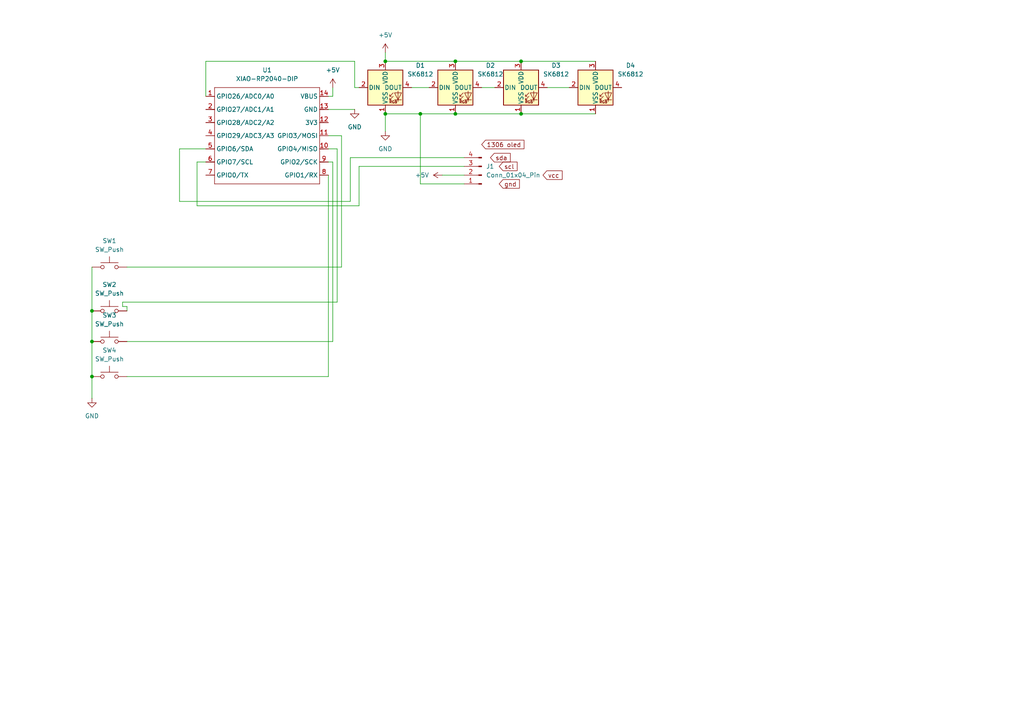
<source format=kicad_sch>
(kicad_sch
	(version 20250114)
	(generator "eeschema")
	(generator_version "9.0")
	(uuid "2a64dbd2-4432-44de-87cd-517fd9318312")
	(paper "A4")
	(lib_symbols
		(symbol "Connector:Conn_01x04_Pin"
			(pin_names
				(offset 1.016)
				(hide yes)
			)
			(exclude_from_sim no)
			(in_bom yes)
			(on_board yes)
			(property "Reference" "J"
				(at 0 5.08 0)
				(effects
					(font
						(size 1.27 1.27)
					)
				)
			)
			(property "Value" "Conn_01x04_Pin"
				(at 0 -7.62 0)
				(effects
					(font
						(size 1.27 1.27)
					)
				)
			)
			(property "Footprint" ""
				(at 0 0 0)
				(effects
					(font
						(size 1.27 1.27)
					)
					(hide yes)
				)
			)
			(property "Datasheet" "~"
				(at 0 0 0)
				(effects
					(font
						(size 1.27 1.27)
					)
					(hide yes)
				)
			)
			(property "Description" "Generic connector, single row, 01x04, script generated"
				(at 0 0 0)
				(effects
					(font
						(size 1.27 1.27)
					)
					(hide yes)
				)
			)
			(property "ki_locked" ""
				(at 0 0 0)
				(effects
					(font
						(size 1.27 1.27)
					)
				)
			)
			(property "ki_keywords" "connector"
				(at 0 0 0)
				(effects
					(font
						(size 1.27 1.27)
					)
					(hide yes)
				)
			)
			(property "ki_fp_filters" "Connector*:*_1x??_*"
				(at 0 0 0)
				(effects
					(font
						(size 1.27 1.27)
					)
					(hide yes)
				)
			)
			(symbol "Conn_01x04_Pin_1_1"
				(rectangle
					(start 0.8636 2.667)
					(end 0 2.413)
					(stroke
						(width 0.1524)
						(type default)
					)
					(fill
						(type outline)
					)
				)
				(rectangle
					(start 0.8636 0.127)
					(end 0 -0.127)
					(stroke
						(width 0.1524)
						(type default)
					)
					(fill
						(type outline)
					)
				)
				(rectangle
					(start 0.8636 -2.413)
					(end 0 -2.667)
					(stroke
						(width 0.1524)
						(type default)
					)
					(fill
						(type outline)
					)
				)
				(rectangle
					(start 0.8636 -4.953)
					(end 0 -5.207)
					(stroke
						(width 0.1524)
						(type default)
					)
					(fill
						(type outline)
					)
				)
				(polyline
					(pts
						(xy 1.27 2.54) (xy 0.8636 2.54)
					)
					(stroke
						(width 0.1524)
						(type default)
					)
					(fill
						(type none)
					)
				)
				(polyline
					(pts
						(xy 1.27 0) (xy 0.8636 0)
					)
					(stroke
						(width 0.1524)
						(type default)
					)
					(fill
						(type none)
					)
				)
				(polyline
					(pts
						(xy 1.27 -2.54) (xy 0.8636 -2.54)
					)
					(stroke
						(width 0.1524)
						(type default)
					)
					(fill
						(type none)
					)
				)
				(polyline
					(pts
						(xy 1.27 -5.08) (xy 0.8636 -5.08)
					)
					(stroke
						(width 0.1524)
						(type default)
					)
					(fill
						(type none)
					)
				)
				(pin passive line
					(at 5.08 2.54 180)
					(length 3.81)
					(name "Pin_1"
						(effects
							(font
								(size 1.27 1.27)
							)
						)
					)
					(number "1"
						(effects
							(font
								(size 1.27 1.27)
							)
						)
					)
				)
				(pin passive line
					(at 5.08 0 180)
					(length 3.81)
					(name "Pin_2"
						(effects
							(font
								(size 1.27 1.27)
							)
						)
					)
					(number "2"
						(effects
							(font
								(size 1.27 1.27)
							)
						)
					)
				)
				(pin passive line
					(at 5.08 -2.54 180)
					(length 3.81)
					(name "Pin_3"
						(effects
							(font
								(size 1.27 1.27)
							)
						)
					)
					(number "3"
						(effects
							(font
								(size 1.27 1.27)
							)
						)
					)
				)
				(pin passive line
					(at 5.08 -5.08 180)
					(length 3.81)
					(name "Pin_4"
						(effects
							(font
								(size 1.27 1.27)
							)
						)
					)
					(number "4"
						(effects
							(font
								(size 1.27 1.27)
							)
						)
					)
				)
			)
			(embedded_fonts no)
		)
		(symbol "LED:SK6812"
			(pin_names
				(offset 0.254)
			)
			(exclude_from_sim no)
			(in_bom yes)
			(on_board yes)
			(property "Reference" "D"
				(at 5.08 5.715 0)
				(effects
					(font
						(size 1.27 1.27)
					)
					(justify right bottom)
				)
			)
			(property "Value" "SK6812"
				(at 1.27 -5.715 0)
				(effects
					(font
						(size 1.27 1.27)
					)
					(justify left top)
				)
			)
			(property "Footprint" "LED_SMD:LED_SK6812_PLCC4_5.0x5.0mm_P3.2mm"
				(at 1.27 -7.62 0)
				(effects
					(font
						(size 1.27 1.27)
					)
					(justify left top)
					(hide yes)
				)
			)
			(property "Datasheet" "https://cdn-shop.adafruit.com/product-files/1138/SK6812+LED+datasheet+.pdf"
				(at 2.54 -9.525 0)
				(effects
					(font
						(size 1.27 1.27)
					)
					(justify left top)
					(hide yes)
				)
			)
			(property "Description" "RGB LED with integrated controller"
				(at 0 0 0)
				(effects
					(font
						(size 1.27 1.27)
					)
					(hide yes)
				)
			)
			(property "ki_keywords" "RGB LED NeoPixel addressable"
				(at 0 0 0)
				(effects
					(font
						(size 1.27 1.27)
					)
					(hide yes)
				)
			)
			(property "ki_fp_filters" "LED*SK6812*PLCC*5.0x5.0mm*P3.2mm*"
				(at 0 0 0)
				(effects
					(font
						(size 1.27 1.27)
					)
					(hide yes)
				)
			)
			(symbol "SK6812_0_0"
				(text "RGB"
					(at 2.286 -4.191 0)
					(effects
						(font
							(size 0.762 0.762)
						)
					)
				)
			)
			(symbol "SK6812_0_1"
				(polyline
					(pts
						(xy 1.27 -2.54) (xy 1.778 -2.54)
					)
					(stroke
						(width 0)
						(type default)
					)
					(fill
						(type none)
					)
				)
				(polyline
					(pts
						(xy 1.27 -3.556) (xy 1.778 -3.556)
					)
					(stroke
						(width 0)
						(type default)
					)
					(fill
						(type none)
					)
				)
				(polyline
					(pts
						(xy 2.286 -1.524) (xy 1.27 -2.54) (xy 1.27 -2.032)
					)
					(stroke
						(width 0)
						(type default)
					)
					(fill
						(type none)
					)
				)
				(polyline
					(pts
						(xy 2.286 -2.54) (xy 1.27 -3.556) (xy 1.27 -3.048)
					)
					(stroke
						(width 0)
						(type default)
					)
					(fill
						(type none)
					)
				)
				(polyline
					(pts
						(xy 3.683 -1.016) (xy 3.683 -3.556) (xy 3.683 -4.064)
					)
					(stroke
						(width 0)
						(type default)
					)
					(fill
						(type none)
					)
				)
				(polyline
					(pts
						(xy 4.699 -1.524) (xy 2.667 -1.524) (xy 3.683 -3.556) (xy 4.699 -1.524)
					)
					(stroke
						(width 0)
						(type default)
					)
					(fill
						(type none)
					)
				)
				(polyline
					(pts
						(xy 4.699 -3.556) (xy 2.667 -3.556)
					)
					(stroke
						(width 0)
						(type default)
					)
					(fill
						(type none)
					)
				)
				(rectangle
					(start 5.08 5.08)
					(end -5.08 -5.08)
					(stroke
						(width 0.254)
						(type default)
					)
					(fill
						(type background)
					)
				)
			)
			(symbol "SK6812_1_1"
				(pin input line
					(at -7.62 0 0)
					(length 2.54)
					(name "DIN"
						(effects
							(font
								(size 1.27 1.27)
							)
						)
					)
					(number "2"
						(effects
							(font
								(size 1.27 1.27)
							)
						)
					)
				)
				(pin power_in line
					(at 0 7.62 270)
					(length 2.54)
					(name "VDD"
						(effects
							(font
								(size 1.27 1.27)
							)
						)
					)
					(number "3"
						(effects
							(font
								(size 1.27 1.27)
							)
						)
					)
				)
				(pin power_in line
					(at 0 -7.62 90)
					(length 2.54)
					(name "VSS"
						(effects
							(font
								(size 1.27 1.27)
							)
						)
					)
					(number "1"
						(effects
							(font
								(size 1.27 1.27)
							)
						)
					)
				)
				(pin output line
					(at 7.62 0 180)
					(length 2.54)
					(name "DOUT"
						(effects
							(font
								(size 1.27 1.27)
							)
						)
					)
					(number "4"
						(effects
							(font
								(size 1.27 1.27)
							)
						)
					)
				)
			)
			(embedded_fonts no)
		)
		(symbol "Seeed_Studio_XIAO_Series:XIAO-RP2040-DIP"
			(exclude_from_sim no)
			(in_bom yes)
			(on_board yes)
			(property "Reference" "U"
				(at 0 0 0)
				(effects
					(font
						(size 1.27 1.27)
					)
				)
			)
			(property "Value" "XIAO-RP2040-DIP"
				(at 5.334 -1.778 0)
				(effects
					(font
						(size 1.27 1.27)
					)
				)
			)
			(property "Footprint" "Module:MOUDLE14P-XIAO-DIP-SMD"
				(at 14.478 -32.258 0)
				(effects
					(font
						(size 1.27 1.27)
					)
					(hide yes)
				)
			)
			(property "Datasheet" ""
				(at 0 0 0)
				(effects
					(font
						(size 1.27 1.27)
					)
					(hide yes)
				)
			)
			(property "Description" ""
				(at 0 0 0)
				(effects
					(font
						(size 1.27 1.27)
					)
					(hide yes)
				)
			)
			(symbol "XIAO-RP2040-DIP_1_0"
				(polyline
					(pts
						(xy -1.27 -2.54) (xy 29.21 -2.54)
					)
					(stroke
						(width 0.1524)
						(type solid)
					)
					(fill
						(type none)
					)
				)
				(polyline
					(pts
						(xy -1.27 -5.08) (xy -2.54 -5.08)
					)
					(stroke
						(width 0.1524)
						(type solid)
					)
					(fill
						(type none)
					)
				)
				(polyline
					(pts
						(xy -1.27 -5.08) (xy -1.27 -2.54)
					)
					(stroke
						(width 0.1524)
						(type solid)
					)
					(fill
						(type none)
					)
				)
				(polyline
					(pts
						(xy -1.27 -8.89) (xy -2.54 -8.89)
					)
					(stroke
						(width 0.1524)
						(type solid)
					)
					(fill
						(type none)
					)
				)
				(polyline
					(pts
						(xy -1.27 -8.89) (xy -1.27 -5.08)
					)
					(stroke
						(width 0.1524)
						(type solid)
					)
					(fill
						(type none)
					)
				)
				(polyline
					(pts
						(xy -1.27 -12.7) (xy -2.54 -12.7)
					)
					(stroke
						(width 0.1524)
						(type solid)
					)
					(fill
						(type none)
					)
				)
				(polyline
					(pts
						(xy -1.27 -12.7) (xy -1.27 -8.89)
					)
					(stroke
						(width 0.1524)
						(type solid)
					)
					(fill
						(type none)
					)
				)
				(polyline
					(pts
						(xy -1.27 -16.51) (xy -2.54 -16.51)
					)
					(stroke
						(width 0.1524)
						(type solid)
					)
					(fill
						(type none)
					)
				)
				(polyline
					(pts
						(xy -1.27 -16.51) (xy -1.27 -12.7)
					)
					(stroke
						(width 0.1524)
						(type solid)
					)
					(fill
						(type none)
					)
				)
				(polyline
					(pts
						(xy -1.27 -20.32) (xy -2.54 -20.32)
					)
					(stroke
						(width 0.1524)
						(type solid)
					)
					(fill
						(type none)
					)
				)
				(polyline
					(pts
						(xy -1.27 -24.13) (xy -2.54 -24.13)
					)
					(stroke
						(width 0.1524)
						(type solid)
					)
					(fill
						(type none)
					)
				)
				(polyline
					(pts
						(xy -1.27 -27.94) (xy -2.54 -27.94)
					)
					(stroke
						(width 0.1524)
						(type solid)
					)
					(fill
						(type none)
					)
				)
				(polyline
					(pts
						(xy -1.27 -30.48) (xy -1.27 -16.51)
					)
					(stroke
						(width 0.1524)
						(type solid)
					)
					(fill
						(type none)
					)
				)
				(polyline
					(pts
						(xy 29.21 -2.54) (xy 29.21 -5.08)
					)
					(stroke
						(width 0.1524)
						(type solid)
					)
					(fill
						(type none)
					)
				)
				(polyline
					(pts
						(xy 29.21 -5.08) (xy 29.21 -8.89)
					)
					(stroke
						(width 0.1524)
						(type solid)
					)
					(fill
						(type none)
					)
				)
				(polyline
					(pts
						(xy 29.21 -8.89) (xy 29.21 -12.7)
					)
					(stroke
						(width 0.1524)
						(type solid)
					)
					(fill
						(type none)
					)
				)
				(polyline
					(pts
						(xy 29.21 -12.7) (xy 29.21 -30.48)
					)
					(stroke
						(width 0.1524)
						(type solid)
					)
					(fill
						(type none)
					)
				)
				(polyline
					(pts
						(xy 29.21 -30.48) (xy -1.27 -30.48)
					)
					(stroke
						(width 0.1524)
						(type solid)
					)
					(fill
						(type none)
					)
				)
				(polyline
					(pts
						(xy 30.48 -5.08) (xy 29.21 -5.08)
					)
					(stroke
						(width 0.1524)
						(type solid)
					)
					(fill
						(type none)
					)
				)
				(polyline
					(pts
						(xy 30.48 -8.89) (xy 29.21 -8.89)
					)
					(stroke
						(width 0.1524)
						(type solid)
					)
					(fill
						(type none)
					)
				)
				(polyline
					(pts
						(xy 30.48 -12.7) (xy 29.21 -12.7)
					)
					(stroke
						(width 0.1524)
						(type solid)
					)
					(fill
						(type none)
					)
				)
				(polyline
					(pts
						(xy 30.48 -16.51) (xy 29.21 -16.51)
					)
					(stroke
						(width 0.1524)
						(type solid)
					)
					(fill
						(type none)
					)
				)
				(polyline
					(pts
						(xy 30.48 -20.32) (xy 29.21 -20.32)
					)
					(stroke
						(width 0.1524)
						(type solid)
					)
					(fill
						(type none)
					)
				)
				(polyline
					(pts
						(xy 30.48 -24.13) (xy 29.21 -24.13)
					)
					(stroke
						(width 0.1524)
						(type solid)
					)
					(fill
						(type none)
					)
				)
				(polyline
					(pts
						(xy 30.48 -27.94) (xy 29.21 -27.94)
					)
					(stroke
						(width 0.1524)
						(type solid)
					)
					(fill
						(type none)
					)
				)
				(pin passive line
					(at -3.81 -5.08 0)
					(length 2.54)
					(name "GPIO26/ADC0/A0"
						(effects
							(font
								(size 1.27 1.27)
							)
						)
					)
					(number "1"
						(effects
							(font
								(size 1.27 1.27)
							)
						)
					)
				)
				(pin passive line
					(at -3.81 -8.89 0)
					(length 2.54)
					(name "GPIO27/ADC1/A1"
						(effects
							(font
								(size 1.27 1.27)
							)
						)
					)
					(number "2"
						(effects
							(font
								(size 1.27 1.27)
							)
						)
					)
				)
				(pin passive line
					(at -3.81 -12.7 0)
					(length 2.54)
					(name "GPIO28/ADC2/A2"
						(effects
							(font
								(size 1.27 1.27)
							)
						)
					)
					(number "3"
						(effects
							(font
								(size 1.27 1.27)
							)
						)
					)
				)
				(pin passive line
					(at -3.81 -16.51 0)
					(length 2.54)
					(name "GPIO29/ADC3/A3"
						(effects
							(font
								(size 1.27 1.27)
							)
						)
					)
					(number "4"
						(effects
							(font
								(size 1.27 1.27)
							)
						)
					)
				)
				(pin passive line
					(at -3.81 -20.32 0)
					(length 2.54)
					(name "GPIO6/SDA"
						(effects
							(font
								(size 1.27 1.27)
							)
						)
					)
					(number "5"
						(effects
							(font
								(size 1.27 1.27)
							)
						)
					)
				)
				(pin passive line
					(at -3.81 -24.13 0)
					(length 2.54)
					(name "GPIO7/SCL"
						(effects
							(font
								(size 1.27 1.27)
							)
						)
					)
					(number "6"
						(effects
							(font
								(size 1.27 1.27)
							)
						)
					)
				)
				(pin passive line
					(at -3.81 -27.94 0)
					(length 2.54)
					(name "GPIO0/TX"
						(effects
							(font
								(size 1.27 1.27)
							)
						)
					)
					(number "7"
						(effects
							(font
								(size 1.27 1.27)
							)
						)
					)
				)
				(pin passive line
					(at 31.75 -5.08 180)
					(length 2.54)
					(name "VBUS"
						(effects
							(font
								(size 1.27 1.27)
							)
						)
					)
					(number "14"
						(effects
							(font
								(size 1.27 1.27)
							)
						)
					)
				)
				(pin passive line
					(at 31.75 -8.89 180)
					(length 2.54)
					(name "GND"
						(effects
							(font
								(size 1.27 1.27)
							)
						)
					)
					(number "13"
						(effects
							(font
								(size 1.27 1.27)
							)
						)
					)
				)
				(pin passive line
					(at 31.75 -12.7 180)
					(length 2.54)
					(name "3V3"
						(effects
							(font
								(size 1.27 1.27)
							)
						)
					)
					(number "12"
						(effects
							(font
								(size 1.27 1.27)
							)
						)
					)
				)
				(pin passive line
					(at 31.75 -16.51 180)
					(length 2.54)
					(name "GPIO3/MOSI"
						(effects
							(font
								(size 1.27 1.27)
							)
						)
					)
					(number "11"
						(effects
							(font
								(size 1.27 1.27)
							)
						)
					)
				)
				(pin passive line
					(at 31.75 -20.32 180)
					(length 2.54)
					(name "GPIO4/MISO"
						(effects
							(font
								(size 1.27 1.27)
							)
						)
					)
					(number "10"
						(effects
							(font
								(size 1.27 1.27)
							)
						)
					)
				)
				(pin passive line
					(at 31.75 -24.13 180)
					(length 2.54)
					(name "GPIO2/SCK"
						(effects
							(font
								(size 1.27 1.27)
							)
						)
					)
					(number "9"
						(effects
							(font
								(size 1.27 1.27)
							)
						)
					)
				)
				(pin passive line
					(at 31.75 -27.94 180)
					(length 2.54)
					(name "GPIO1/RX"
						(effects
							(font
								(size 1.27 1.27)
							)
						)
					)
					(number "8"
						(effects
							(font
								(size 1.27 1.27)
							)
						)
					)
				)
			)
			(embedded_fonts no)
		)
		(symbol "Switch:SW_Push"
			(pin_numbers
				(hide yes)
			)
			(pin_names
				(offset 1.016)
				(hide yes)
			)
			(exclude_from_sim no)
			(in_bom yes)
			(on_board yes)
			(property "Reference" "SW"
				(at 1.27 2.54 0)
				(effects
					(font
						(size 1.27 1.27)
					)
					(justify left)
				)
			)
			(property "Value" "SW_Push"
				(at 0 -1.524 0)
				(effects
					(font
						(size 1.27 1.27)
					)
				)
			)
			(property "Footprint" ""
				(at 0 5.08 0)
				(effects
					(font
						(size 1.27 1.27)
					)
					(hide yes)
				)
			)
			(property "Datasheet" "~"
				(at 0 5.08 0)
				(effects
					(font
						(size 1.27 1.27)
					)
					(hide yes)
				)
			)
			(property "Description" "Push button switch, generic, two pins"
				(at 0 0 0)
				(effects
					(font
						(size 1.27 1.27)
					)
					(hide yes)
				)
			)
			(property "ki_keywords" "switch normally-open pushbutton push-button"
				(at 0 0 0)
				(effects
					(font
						(size 1.27 1.27)
					)
					(hide yes)
				)
			)
			(symbol "SW_Push_0_1"
				(circle
					(center -2.032 0)
					(radius 0.508)
					(stroke
						(width 0)
						(type default)
					)
					(fill
						(type none)
					)
				)
				(polyline
					(pts
						(xy 0 1.27) (xy 0 3.048)
					)
					(stroke
						(width 0)
						(type default)
					)
					(fill
						(type none)
					)
				)
				(circle
					(center 2.032 0)
					(radius 0.508)
					(stroke
						(width 0)
						(type default)
					)
					(fill
						(type none)
					)
				)
				(polyline
					(pts
						(xy 2.54 1.27) (xy -2.54 1.27)
					)
					(stroke
						(width 0)
						(type default)
					)
					(fill
						(type none)
					)
				)
				(pin passive line
					(at -5.08 0 0)
					(length 2.54)
					(name "1"
						(effects
							(font
								(size 1.27 1.27)
							)
						)
					)
					(number "1"
						(effects
							(font
								(size 1.27 1.27)
							)
						)
					)
				)
				(pin passive line
					(at 5.08 0 180)
					(length 2.54)
					(name "2"
						(effects
							(font
								(size 1.27 1.27)
							)
						)
					)
					(number "2"
						(effects
							(font
								(size 1.27 1.27)
							)
						)
					)
				)
			)
			(embedded_fonts no)
		)
		(symbol "power:+5V"
			(power)
			(pin_numbers
				(hide yes)
			)
			(pin_names
				(offset 0)
				(hide yes)
			)
			(exclude_from_sim no)
			(in_bom yes)
			(on_board yes)
			(property "Reference" "#PWR"
				(at 0 -3.81 0)
				(effects
					(font
						(size 1.27 1.27)
					)
					(hide yes)
				)
			)
			(property "Value" "+5V"
				(at 0 3.556 0)
				(effects
					(font
						(size 1.27 1.27)
					)
				)
			)
			(property "Footprint" ""
				(at 0 0 0)
				(effects
					(font
						(size 1.27 1.27)
					)
					(hide yes)
				)
			)
			(property "Datasheet" ""
				(at 0 0 0)
				(effects
					(font
						(size 1.27 1.27)
					)
					(hide yes)
				)
			)
			(property "Description" "Power symbol creates a global label with name \"+5V\""
				(at 0 0 0)
				(effects
					(font
						(size 1.27 1.27)
					)
					(hide yes)
				)
			)
			(property "ki_keywords" "global power"
				(at 0 0 0)
				(effects
					(font
						(size 1.27 1.27)
					)
					(hide yes)
				)
			)
			(symbol "+5V_0_1"
				(polyline
					(pts
						(xy -0.762 1.27) (xy 0 2.54)
					)
					(stroke
						(width 0)
						(type default)
					)
					(fill
						(type none)
					)
				)
				(polyline
					(pts
						(xy 0 2.54) (xy 0.762 1.27)
					)
					(stroke
						(width 0)
						(type default)
					)
					(fill
						(type none)
					)
				)
				(polyline
					(pts
						(xy 0 0) (xy 0 2.54)
					)
					(stroke
						(width 0)
						(type default)
					)
					(fill
						(type none)
					)
				)
			)
			(symbol "+5V_1_1"
				(pin power_in line
					(at 0 0 90)
					(length 0)
					(name "~"
						(effects
							(font
								(size 1.27 1.27)
							)
						)
					)
					(number "1"
						(effects
							(font
								(size 1.27 1.27)
							)
						)
					)
				)
			)
			(embedded_fonts no)
		)
		(symbol "power:GND"
			(power)
			(pin_numbers
				(hide yes)
			)
			(pin_names
				(offset 0)
				(hide yes)
			)
			(exclude_from_sim no)
			(in_bom yes)
			(on_board yes)
			(property "Reference" "#PWR"
				(at 0 -6.35 0)
				(effects
					(font
						(size 1.27 1.27)
					)
					(hide yes)
				)
			)
			(property "Value" "GND"
				(at 0 -3.81 0)
				(effects
					(font
						(size 1.27 1.27)
					)
				)
			)
			(property "Footprint" ""
				(at 0 0 0)
				(effects
					(font
						(size 1.27 1.27)
					)
					(hide yes)
				)
			)
			(property "Datasheet" ""
				(at 0 0 0)
				(effects
					(font
						(size 1.27 1.27)
					)
					(hide yes)
				)
			)
			(property "Description" "Power symbol creates a global label with name \"GND\" , ground"
				(at 0 0 0)
				(effects
					(font
						(size 1.27 1.27)
					)
					(hide yes)
				)
			)
			(property "ki_keywords" "global power"
				(at 0 0 0)
				(effects
					(font
						(size 1.27 1.27)
					)
					(hide yes)
				)
			)
			(symbol "GND_0_1"
				(polyline
					(pts
						(xy 0 0) (xy 0 -1.27) (xy 1.27 -1.27) (xy 0 -2.54) (xy -1.27 -1.27) (xy 0 -1.27)
					)
					(stroke
						(width 0)
						(type default)
					)
					(fill
						(type none)
					)
				)
			)
			(symbol "GND_1_1"
				(pin power_in line
					(at 0 0 270)
					(length 0)
					(name "~"
						(effects
							(font
								(size 1.27 1.27)
							)
						)
					)
					(number "1"
						(effects
							(font
								(size 1.27 1.27)
							)
						)
					)
				)
			)
			(embedded_fonts no)
		)
	)
	(junction
		(at 26.67 90.17)
		(diameter 0)
		(color 0 0 0 0)
		(uuid "275c3522-3b1b-4e3f-8225-a65a6a70d960")
	)
	(junction
		(at 121.92 33.02)
		(diameter 0)
		(color 0 0 0 0)
		(uuid "2d122ec4-623c-4afb-9ae4-7a19e7c16a94")
	)
	(junction
		(at 151.13 17.78)
		(diameter 0)
		(color 0 0 0 0)
		(uuid "35ef2a1f-e2e7-46f6-a618-e969fbaedbe3")
	)
	(junction
		(at 26.67 109.22)
		(diameter 0)
		(color 0 0 0 0)
		(uuid "5dda2852-7655-451b-a80c-c7ea3cc6a5a0")
	)
	(junction
		(at 151.13 33.02)
		(diameter 0)
		(color 0 0 0 0)
		(uuid "8359acd7-6b47-4a09-bb2b-6bc5d670955b")
	)
	(junction
		(at 132.08 33.02)
		(diameter 0)
		(color 0 0 0 0)
		(uuid "8d6ce8c8-077d-4589-a176-ea2cb63cbe3c")
	)
	(junction
		(at 132.08 17.78)
		(diameter 0)
		(color 0 0 0 0)
		(uuid "db6c6fa2-732c-41b1-ba9e-21adf4c29a16")
	)
	(junction
		(at 111.76 33.02)
		(diameter 0)
		(color 0 0 0 0)
		(uuid "e6ee14af-ee41-450e-bf73-e0e1fb3b9e81")
	)
	(junction
		(at 26.67 99.06)
		(diameter 0)
		(color 0 0 0 0)
		(uuid "ec5f7115-4e6e-4905-ab9b-b7c088b1663b")
	)
	(junction
		(at 111.76 17.78)
		(diameter 0)
		(color 0 0 0 0)
		(uuid "fe653de1-7291-4ad4-94d0-a295e4bdac33")
	)
	(wire
		(pts
			(xy 104.14 48.26) (xy 104.14 59.69)
		)
		(stroke
			(width 0)
			(type default)
		)
		(uuid "07a87982-85ed-45b7-b921-c861b6e95c71")
	)
	(wire
		(pts
			(xy 151.13 33.02) (xy 172.72 33.02)
		)
		(stroke
			(width 0)
			(type default)
		)
		(uuid "0969a2cc-a2c2-48a6-a736-0ec254677300")
	)
	(wire
		(pts
			(xy 101.6 45.72) (xy 101.6 58.42)
		)
		(stroke
			(width 0)
			(type default)
		)
		(uuid "0aade1cd-f5fb-4bdb-8c6c-182f57ab9551")
	)
	(wire
		(pts
			(xy 101.6 58.42) (xy 52.07 58.42)
		)
		(stroke
			(width 0)
			(type default)
		)
		(uuid "0c490350-6cec-49db-902e-81f46da2a9c3")
	)
	(wire
		(pts
			(xy 96.52 46.99) (xy 96.52 99.06)
		)
		(stroke
			(width 0)
			(type default)
		)
		(uuid "161fa553-6910-469d-a004-05d7e1f6eafe")
	)
	(wire
		(pts
			(xy 95.25 39.37) (xy 99.06 39.37)
		)
		(stroke
			(width 0)
			(type default)
		)
		(uuid "199b92d3-1696-498f-b56b-891db1060a8e")
	)
	(wire
		(pts
			(xy 59.69 17.78) (xy 59.69 27.94)
		)
		(stroke
			(width 0)
			(type default)
		)
		(uuid "1c7a8ff0-20a6-4865-893a-3a3809f20f30")
	)
	(wire
		(pts
			(xy 132.08 17.78) (xy 151.13 17.78)
		)
		(stroke
			(width 0)
			(type default)
		)
		(uuid "1f966949-9eb7-41ac-8140-24a997f36d0d")
	)
	(wire
		(pts
			(xy 36.83 77.47) (xy 99.06 77.47)
		)
		(stroke
			(width 0)
			(type default)
		)
		(uuid "23cdf3da-633b-405c-beee-e9245f90dc17")
	)
	(wire
		(pts
			(xy 121.92 33.02) (xy 111.76 33.02)
		)
		(stroke
			(width 0)
			(type default)
		)
		(uuid "29833c11-84f5-4c81-9fe3-5fc3804f396c")
	)
	(wire
		(pts
			(xy 57.15 59.69) (xy 104.14 59.69)
		)
		(stroke
			(width 0)
			(type default)
		)
		(uuid "2dba9d2f-0d0d-47ff-9527-9c2145127ab7")
	)
	(wire
		(pts
			(xy 132.08 33.02) (xy 121.92 33.02)
		)
		(stroke
			(width 0)
			(type default)
		)
		(uuid "356ead88-7efb-4fa8-ba68-172e7a70bd94")
	)
	(wire
		(pts
			(xy 134.62 48.26) (xy 104.14 48.26)
		)
		(stroke
			(width 0)
			(type default)
		)
		(uuid "4844e5f7-adbe-491d-b9e9-ca6665dfa428")
	)
	(wire
		(pts
			(xy 26.67 109.22) (xy 26.67 115.57)
		)
		(stroke
			(width 0)
			(type default)
		)
		(uuid "49508489-5d20-4d4d-9651-d32b6398e676")
	)
	(wire
		(pts
			(xy 95.25 43.18) (xy 97.79 43.18)
		)
		(stroke
			(width 0)
			(type default)
		)
		(uuid "52acdf35-3846-4e6d-9b95-3b93be7d62af")
	)
	(wire
		(pts
			(xy 57.15 46.99) (xy 59.69 46.99)
		)
		(stroke
			(width 0)
			(type default)
		)
		(uuid "58393bb1-5b22-4df4-91d3-77e089075b85")
	)
	(wire
		(pts
			(xy 151.13 17.78) (xy 172.72 17.78)
		)
		(stroke
			(width 0)
			(type default)
		)
		(uuid "5ab87d05-bd2d-486f-a7c0-bc2503cafb79")
	)
	(wire
		(pts
			(xy 111.76 17.78) (xy 132.08 17.78)
		)
		(stroke
			(width 0)
			(type default)
		)
		(uuid "5cfa889e-6d1b-44c2-94eb-ef05e4b97de7")
	)
	(wire
		(pts
			(xy 35.56 87.63) (xy 97.79 87.63)
		)
		(stroke
			(width 0)
			(type default)
		)
		(uuid "63a918b2-fb09-4732-a568-fcaee7001e46")
	)
	(wire
		(pts
			(xy 95.25 46.99) (xy 96.52 46.99)
		)
		(stroke
			(width 0)
			(type default)
		)
		(uuid "694ce207-099d-4047-93e5-c49dfbc94643")
	)
	(wire
		(pts
			(xy 102.87 17.78) (xy 59.69 17.78)
		)
		(stroke
			(width 0)
			(type default)
		)
		(uuid "6c361857-0d1a-4caa-9cf9-877b0589349c")
	)
	(wire
		(pts
			(xy 26.67 90.17) (xy 26.67 99.06)
		)
		(stroke
			(width 0)
			(type default)
		)
		(uuid "6c43b822-2733-47c1-bce5-3a66b909047d")
	)
	(wire
		(pts
			(xy 132.08 33.02) (xy 151.13 33.02)
		)
		(stroke
			(width 0)
			(type default)
		)
		(uuid "6c4c21b2-3a5c-4b9b-b100-887623001b73")
	)
	(wire
		(pts
			(xy 119.38 25.4) (xy 124.46 25.4)
		)
		(stroke
			(width 0)
			(type default)
		)
		(uuid "6ccdcefd-cc1f-4af0-a365-2dcb7b32130e")
	)
	(wire
		(pts
			(xy 36.83 99.06) (xy 96.52 99.06)
		)
		(stroke
			(width 0)
			(type default)
		)
		(uuid "70bec85f-5cf3-4f76-886e-b08f9b35e4df")
	)
	(wire
		(pts
			(xy 97.79 43.18) (xy 97.79 87.63)
		)
		(stroke
			(width 0)
			(type default)
		)
		(uuid "70c2b8fe-72cc-4a51-ab4b-1d189e05674b")
	)
	(wire
		(pts
			(xy 134.62 45.72) (xy 101.6 45.72)
		)
		(stroke
			(width 0)
			(type default)
		)
		(uuid "717d591a-4db7-4e0b-a7f0-3c3da748496c")
	)
	(wire
		(pts
			(xy 36.83 109.22) (xy 95.25 109.22)
		)
		(stroke
			(width 0)
			(type default)
		)
		(uuid "73ff6e59-dece-42a1-ba1a-ba28641643de")
	)
	(wire
		(pts
			(xy 121.92 53.34) (xy 121.92 33.02)
		)
		(stroke
			(width 0)
			(type default)
		)
		(uuid "82fa5042-8db6-449b-bf1e-45954dc24a40")
	)
	(wire
		(pts
			(xy 111.76 33.02) (xy 111.76 38.1)
		)
		(stroke
			(width 0)
			(type default)
		)
		(uuid "99fc8fb8-f061-400e-94a9-f4ddff1f826e")
	)
	(wire
		(pts
			(xy 36.83 88.9) (xy 36.83 90.17)
		)
		(stroke
			(width 0)
			(type default)
		)
		(uuid "9cf68a90-2c96-4172-bbb4-ada142890501")
	)
	(wire
		(pts
			(xy 102.87 25.4) (xy 104.14 25.4)
		)
		(stroke
			(width 0)
			(type default)
		)
		(uuid "9ff8d51c-c5a1-4af3-ab76-38d3cf398d93")
	)
	(wire
		(pts
			(xy 96.52 27.94) (xy 95.25 27.94)
		)
		(stroke
			(width 0)
			(type default)
		)
		(uuid "a36ad3f5-1fb1-45d8-a335-608c6023e321")
	)
	(wire
		(pts
			(xy 96.52 25.4) (xy 96.52 27.94)
		)
		(stroke
			(width 0)
			(type default)
		)
		(uuid "b1f9ddca-3823-425e-8b99-09506ce660a0")
	)
	(wire
		(pts
			(xy 35.56 87.63) (xy 35.56 88.9)
		)
		(stroke
			(width 0)
			(type default)
		)
		(uuid "b1fbf2a1-fab1-4b8c-94aa-2c2d30aad1e6")
	)
	(wire
		(pts
			(xy 52.07 43.18) (xy 59.69 43.18)
		)
		(stroke
			(width 0)
			(type default)
		)
		(uuid "b4ec0ac5-ce31-48c6-8a14-e5bb947bd1d6")
	)
	(wire
		(pts
			(xy 57.15 59.69) (xy 57.15 46.99)
		)
		(stroke
			(width 0)
			(type default)
		)
		(uuid "b5c5e353-8fea-44e0-97e6-f4671a5042ff")
	)
	(wire
		(pts
			(xy 128.27 50.8) (xy 134.62 50.8)
		)
		(stroke
			(width 0)
			(type default)
		)
		(uuid "b5e12559-35c0-49c2-ad11-5b3522a187c6")
	)
	(wire
		(pts
			(xy 111.76 31.75) (xy 111.76 33.02)
		)
		(stroke
			(width 0)
			(type default)
		)
		(uuid "c0b9e0ca-f7ff-4be8-b14a-9974fb59a6ef")
	)
	(wire
		(pts
			(xy 95.25 31.75) (xy 102.87 31.75)
		)
		(stroke
			(width 0)
			(type default)
		)
		(uuid "c139030e-d281-4694-9d2f-95a401040fab")
	)
	(wire
		(pts
			(xy 99.06 39.37) (xy 99.06 77.47)
		)
		(stroke
			(width 0)
			(type default)
		)
		(uuid "c19ac5eb-2923-4eeb-9e0a-e463b3cd3cb8")
	)
	(wire
		(pts
			(xy 26.67 77.47) (xy 26.67 90.17)
		)
		(stroke
			(width 0)
			(type default)
		)
		(uuid "c22481a2-2ebc-4e5c-84c9-0ff320e4baad")
	)
	(wire
		(pts
			(xy 158.75 25.4) (xy 165.1 25.4)
		)
		(stroke
			(width 0)
			(type default)
		)
		(uuid "c420951f-7818-4610-9424-0f779eb11364")
	)
	(wire
		(pts
			(xy 26.67 99.06) (xy 26.67 109.22)
		)
		(stroke
			(width 0)
			(type default)
		)
		(uuid "cb8b0085-3e2e-4a67-bc77-3a9b48dad7d3")
	)
	(wire
		(pts
			(xy 35.56 88.9) (xy 36.83 88.9)
		)
		(stroke
			(width 0)
			(type default)
		)
		(uuid "cc915b2f-3bef-443c-82c4-330a1aaf8a56")
	)
	(wire
		(pts
			(xy 111.76 15.24) (xy 111.76 17.78)
		)
		(stroke
			(width 0)
			(type default)
		)
		(uuid "d9faf28a-0d79-4fe6-836c-ed1607d6e426")
	)
	(wire
		(pts
			(xy 52.07 58.42) (xy 52.07 43.18)
		)
		(stroke
			(width 0)
			(type default)
		)
		(uuid "e016dffd-4ea5-4649-947b-8068bcf0a338")
	)
	(wire
		(pts
			(xy 102.87 17.78) (xy 102.87 25.4)
		)
		(stroke
			(width 0)
			(type default)
		)
		(uuid "e19b1a22-dcd3-43cb-ac66-1dcd9e4c59fb")
	)
	(wire
		(pts
			(xy 134.62 53.34) (xy 121.92 53.34)
		)
		(stroke
			(width 0)
			(type default)
		)
		(uuid "ea6e1d6c-3327-4cf2-98cd-c613d5a2565d")
	)
	(wire
		(pts
			(xy 95.25 50.8) (xy 95.25 109.22)
		)
		(stroke
			(width 0)
			(type default)
		)
		(uuid "f070efa5-7d93-4e5c-b9e8-49f3e3df1063")
	)
	(wire
		(pts
			(xy 139.7 25.4) (xy 143.51 25.4)
		)
		(stroke
			(width 0)
			(type default)
		)
		(uuid "f5821ee5-ac61-4d83-bd27-7c60b20166ce")
	)
	(global_label "vcc"
		(shape input)
		(at 157.48 50.8 0)
		(fields_autoplaced yes)
		(effects
			(font
				(size 1.27 1.27)
			)
			(justify left)
		)
		(uuid "14a18bcb-e746-4c5b-9fa7-5798e1c0f81c")
		(property "Intersheetrefs" "${INTERSHEET_REFS}"
			(at 163.61 50.8 0)
			(effects
				(font
					(size 1.27 1.27)
				)
				(justify left)
				(hide yes)
			)
		)
	)
	(global_label "scl"
		(shape input)
		(at 144.78 48.26 0)
		(fields_autoplaced yes)
		(effects
			(font
				(size 1.27 1.27)
			)
			(justify left)
		)
		(uuid "1fc71950-81d6-43fc-bfab-4505c9938141")
		(property "Intersheetrefs" "${INTERSHEET_REFS}"
			(at 150.5471 48.26 0)
			(effects
				(font
					(size 1.27 1.27)
				)
				(justify left)
				(hide yes)
			)
		)
	)
	(global_label "1306 oled"
		(shape input)
		(at 139.7 41.91 0)
		(fields_autoplaced yes)
		(effects
			(font
				(size 1.27 1.27)
			)
			(justify left)
		)
		(uuid "5c17908b-ea6f-4321-9d4d-824b653f6119")
		(property "Intersheetrefs" "${INTERSHEET_REFS}"
			(at 152.5426 41.91 0)
			(effects
				(font
					(size 1.27 1.27)
				)
				(justify left)
				(hide yes)
			)
		)
	)
	(global_label "sda"
		(shape input)
		(at 142.24 45.72 0)
		(fields_autoplaced yes)
		(effects
			(font
				(size 1.27 1.27)
			)
			(justify left)
		)
		(uuid "622292b6-16fe-407f-9714-b550a35b0310")
		(property "Intersheetrefs" "${INTERSHEET_REFS}"
			(at 148.5513 45.72 0)
			(effects
				(font
					(size 1.27 1.27)
				)
				(justify left)
				(hide yes)
			)
		)
	)
	(global_label "gnd"
		(shape input)
		(at 144.78 53.34 0)
		(fields_autoplaced yes)
		(effects
			(font
				(size 1.27 1.27)
			)
			(justify left)
		)
		(uuid "b8cf528e-ecd0-4cdb-8d28-936c815c0fa2")
		(property "Intersheetrefs" "${INTERSHEET_REFS}"
			(at 151.2122 53.34 0)
			(effects
				(font
					(size 1.27 1.27)
				)
				(justify left)
				(hide yes)
			)
		)
	)
	(symbol
		(lib_id "power:+5V")
		(at 128.27 50.8 90)
		(unit 1)
		(exclude_from_sim no)
		(in_bom yes)
		(on_board yes)
		(dnp no)
		(fields_autoplaced yes)
		(uuid "00718bca-0ac5-4f2b-b16e-5d236077492a")
		(property "Reference" "#PWR06"
			(at 132.08 50.8 0)
			(effects
				(font
					(size 1.27 1.27)
				)
				(hide yes)
			)
		)
		(property "Value" "+5V"
			(at 124.46 50.7999 90)
			(effects
				(font
					(size 1.27 1.27)
				)
				(justify left)
			)
		)
		(property "Footprint" ""
			(at 128.27 50.8 0)
			(effects
				(font
					(size 1.27 1.27)
				)
				(hide yes)
			)
		)
		(property "Datasheet" ""
			(at 128.27 50.8 0)
			(effects
				(font
					(size 1.27 1.27)
				)
				(hide yes)
			)
		)
		(property "Description" "Power symbol creates a global label with name \"+5V\""
			(at 128.27 50.8 0)
			(effects
				(font
					(size 1.27 1.27)
				)
				(hide yes)
			)
		)
		(pin "1"
			(uuid "fca69aea-d838-4865-9f03-480fe3dcec76")
		)
		(instances
			(project ""
				(path "/2a64dbd2-4432-44de-87cd-517fd9318312"
					(reference "#PWR06")
					(unit 1)
				)
			)
		)
	)
	(symbol
		(lib_id "LED:SK6812")
		(at 132.08 25.4 0)
		(unit 1)
		(exclude_from_sim no)
		(in_bom yes)
		(on_board yes)
		(dnp no)
		(fields_autoplaced yes)
		(uuid "0ff71d6a-0917-4bde-9ad2-324069ae2036")
		(property "Reference" "D2"
			(at 142.24 18.9798 0)
			(effects
				(font
					(size 1.27 1.27)
				)
			)
		)
		(property "Value" "SK6812"
			(at 142.24 21.5198 0)
			(effects
				(font
					(size 1.27 1.27)
				)
			)
		)
		(property "Footprint" "LED_SMD:LED_SK6812_PLCC4_5.0x5.0mm_P3.2mm"
			(at 133.35 33.02 0)
			(effects
				(font
					(size 1.27 1.27)
				)
				(justify left top)
				(hide yes)
			)
		)
		(property "Datasheet" "https://cdn-shop.adafruit.com/product-files/1138/SK6812+LED+datasheet+.pdf"
			(at 134.62 34.925 0)
			(effects
				(font
					(size 1.27 1.27)
				)
				(justify left top)
				(hide yes)
			)
		)
		(property "Description" "RGB LED with integrated controller"
			(at 132.08 25.4 0)
			(effects
				(font
					(size 1.27 1.27)
				)
				(hide yes)
			)
		)
		(pin "3"
			(uuid "e113ff68-9fac-4416-bcf1-7d6836d88f2d")
		)
		(pin "4"
			(uuid "c27b5f7d-0a3e-4148-ad54-fc158eb0c852")
		)
		(pin "2"
			(uuid "b4722b5c-f1b9-437b-94ad-346f1395b1de")
		)
		(pin "1"
			(uuid "76b71fac-b98d-4299-87b8-4a49496286dd")
		)
		(instances
			(project "macropad"
				(path "/2a64dbd2-4432-44de-87cd-517fd9318312"
					(reference "D2")
					(unit 1)
				)
			)
		)
	)
	(symbol
		(lib_id "LED:SK6812")
		(at 151.13 25.4 0)
		(unit 1)
		(exclude_from_sim no)
		(in_bom yes)
		(on_board yes)
		(dnp no)
		(fields_autoplaced yes)
		(uuid "15c3b38b-f955-4404-8a26-e02a36fd440f")
		(property "Reference" "D3"
			(at 161.29 18.9798 0)
			(effects
				(font
					(size 1.27 1.27)
				)
			)
		)
		(property "Value" "SK6812"
			(at 161.29 21.5198 0)
			(effects
				(font
					(size 1.27 1.27)
				)
			)
		)
		(property "Footprint" "LED_SMD:LED_SK6812_PLCC4_5.0x5.0mm_P3.2mm"
			(at 152.4 33.02 0)
			(effects
				(font
					(size 1.27 1.27)
				)
				(justify left top)
				(hide yes)
			)
		)
		(property "Datasheet" "https://cdn-shop.adafruit.com/product-files/1138/SK6812+LED+datasheet+.pdf"
			(at 153.67 34.925 0)
			(effects
				(font
					(size 1.27 1.27)
				)
				(justify left top)
				(hide yes)
			)
		)
		(property "Description" "RGB LED with integrated controller"
			(at 151.13 25.4 0)
			(effects
				(font
					(size 1.27 1.27)
				)
				(hide yes)
			)
		)
		(pin "3"
			(uuid "635b2365-aa29-401a-bfed-33c8d28f667a")
		)
		(pin "4"
			(uuid "af2d9de0-72fe-48f2-b6d6-8fc705fca597")
		)
		(pin "2"
			(uuid "61eda176-9132-44b7-8d21-b19b6c73793e")
		)
		(pin "1"
			(uuid "b644cd91-3962-448d-bd64-8d2f7dcb75c3")
		)
		(instances
			(project "macropad"
				(path "/2a64dbd2-4432-44de-87cd-517fd9318312"
					(reference "D3")
					(unit 1)
				)
			)
		)
	)
	(symbol
		(lib_id "power:GND")
		(at 26.67 115.57 0)
		(unit 1)
		(exclude_from_sim no)
		(in_bom yes)
		(on_board yes)
		(dnp no)
		(fields_autoplaced yes)
		(uuid "17b8f49a-6a02-4fde-b674-c5dacb2c9a98")
		(property "Reference" "#PWR03"
			(at 26.67 121.92 0)
			(effects
				(font
					(size 1.27 1.27)
				)
				(hide yes)
			)
		)
		(property "Value" "GND"
			(at 26.67 120.65 0)
			(effects
				(font
					(size 1.27 1.27)
				)
			)
		)
		(property "Footprint" ""
			(at 26.67 115.57 0)
			(effects
				(font
					(size 1.27 1.27)
				)
				(hide yes)
			)
		)
		(property "Datasheet" ""
			(at 26.67 115.57 0)
			(effects
				(font
					(size 1.27 1.27)
				)
				(hide yes)
			)
		)
		(property "Description" "Power symbol creates a global label with name \"GND\" , ground"
			(at 26.67 115.57 0)
			(effects
				(font
					(size 1.27 1.27)
				)
				(hide yes)
			)
		)
		(pin "1"
			(uuid "5f5eeac3-6994-4221-aca7-d9b9e9193ac1")
		)
		(instances
			(project ""
				(path "/2a64dbd2-4432-44de-87cd-517fd9318312"
					(reference "#PWR03")
					(unit 1)
				)
			)
		)
	)
	(symbol
		(lib_id "power:+5V")
		(at 96.52 25.4 0)
		(unit 1)
		(exclude_from_sim no)
		(in_bom yes)
		(on_board yes)
		(dnp no)
		(fields_autoplaced yes)
		(uuid "2095ccbd-cbcc-4104-bcb2-70ff34df6f6e")
		(property "Reference" "#PWR04"
			(at 96.52 29.21 0)
			(effects
				(font
					(size 1.27 1.27)
				)
				(hide yes)
			)
		)
		(property "Value" "+5V"
			(at 96.52 20.32 0)
			(effects
				(font
					(size 1.27 1.27)
				)
			)
		)
		(property "Footprint" ""
			(at 96.52 25.4 0)
			(effects
				(font
					(size 1.27 1.27)
				)
				(hide yes)
			)
		)
		(property "Datasheet" ""
			(at 96.52 25.4 0)
			(effects
				(font
					(size 1.27 1.27)
				)
				(hide yes)
			)
		)
		(property "Description" "Power symbol creates a global label with name \"+5V\""
			(at 96.52 25.4 0)
			(effects
				(font
					(size 1.27 1.27)
				)
				(hide yes)
			)
		)
		(pin "1"
			(uuid "110ec491-3e8b-44cd-a77c-b439739c11a7")
		)
		(instances
			(project "macropad"
				(path "/2a64dbd2-4432-44de-87cd-517fd9318312"
					(reference "#PWR04")
					(unit 1)
				)
			)
		)
	)
	(symbol
		(lib_id "Connector:Conn_01x04_Pin")
		(at 139.7 50.8 180)
		(unit 1)
		(exclude_from_sim no)
		(in_bom yes)
		(on_board yes)
		(dnp no)
		(fields_autoplaced yes)
		(uuid "40204713-62de-4b1c-9aa2-79d1c9551a2b")
		(property "Reference" "J1"
			(at 140.97 48.2599 0)
			(effects
				(font
					(size 1.27 1.27)
				)
				(justify right)
			)
		)
		(property "Value" "Conn_01x04_Pin"
			(at 140.97 50.7999 0)
			(effects
				(font
					(size 1.27 1.27)
				)
				(justify right)
			)
		)
		(property "Footprint" ""
			(at 139.7 50.8 0)
			(effects
				(font
					(size 1.27 1.27)
				)
				(hide yes)
			)
		)
		(property "Datasheet" "~"
			(at 139.7 50.8 0)
			(effects
				(font
					(size 1.27 1.27)
				)
				(hide yes)
			)
		)
		(property "Description" "Generic connector, single row, 01x04, script generated"
			(at 139.7 50.8 0)
			(effects
				(font
					(size 1.27 1.27)
				)
				(hide yes)
			)
		)
		(pin "1"
			(uuid "5b7847e2-7db5-4227-bd40-aadb41b0017a")
		)
		(pin "2"
			(uuid "3f8473e6-f52b-4aee-9f8b-cbfaf09d395f")
		)
		(pin "3"
			(uuid "4bb491d4-cc89-45ab-9243-b27c48302240")
		)
		(pin "4"
			(uuid "d1dc61cb-264d-4abb-ad26-e78dc80aaf9d")
		)
		(instances
			(project ""
				(path "/2a64dbd2-4432-44de-87cd-517fd9318312"
					(reference "J1")
					(unit 1)
				)
			)
		)
	)
	(symbol
		(lib_id "Switch:SW_Push")
		(at 31.75 109.22 0)
		(unit 1)
		(exclude_from_sim no)
		(in_bom yes)
		(on_board yes)
		(dnp no)
		(fields_autoplaced yes)
		(uuid "4232f97a-4d20-4276-bf89-1e6ef9c858d5")
		(property "Reference" "SW4"
			(at 31.75 101.6 0)
			(effects
				(font
					(size 1.27 1.27)
				)
			)
		)
		(property "Value" "SW_Push"
			(at 31.75 104.14 0)
			(effects
				(font
					(size 1.27 1.27)
				)
			)
		)
		(property "Footprint" "Button_Switch_Keyboard:SW_Cherry_MX_1.00u_PCB"
			(at 31.75 104.14 0)
			(effects
				(font
					(size 1.27 1.27)
				)
				(hide yes)
			)
		)
		(property "Datasheet" "~"
			(at 31.75 104.14 0)
			(effects
				(font
					(size 1.27 1.27)
				)
				(hide yes)
			)
		)
		(property "Description" "Push button switch, generic, two pins"
			(at 31.75 109.22 0)
			(effects
				(font
					(size 1.27 1.27)
				)
				(hide yes)
			)
		)
		(pin "2"
			(uuid "b20513f6-4387-4dde-8220-88f8d204da2b")
		)
		(pin "1"
			(uuid "0c21d85f-0d8c-40f6-b003-2579288bf665")
		)
		(instances
			(project "macropad"
				(path "/2a64dbd2-4432-44de-87cd-517fd9318312"
					(reference "SW4")
					(unit 1)
				)
			)
		)
	)
	(symbol
		(lib_id "LED:SK6812")
		(at 172.72 25.4 0)
		(unit 1)
		(exclude_from_sim no)
		(in_bom yes)
		(on_board yes)
		(dnp no)
		(fields_autoplaced yes)
		(uuid "456dedb7-5aca-4ecf-b77d-8d7bfdf8dab8")
		(property "Reference" "D4"
			(at 182.88 18.9798 0)
			(effects
				(font
					(size 1.27 1.27)
				)
			)
		)
		(property "Value" "SK6812"
			(at 182.88 21.5198 0)
			(effects
				(font
					(size 1.27 1.27)
				)
			)
		)
		(property "Footprint" "LED_SMD:LED_SK6812_PLCC4_5.0x5.0mm_P3.2mm"
			(at 173.99 33.02 0)
			(effects
				(font
					(size 1.27 1.27)
				)
				(justify left top)
				(hide yes)
			)
		)
		(property "Datasheet" "https://cdn-shop.adafruit.com/product-files/1138/SK6812+LED+datasheet+.pdf"
			(at 175.26 34.925 0)
			(effects
				(font
					(size 1.27 1.27)
				)
				(justify left top)
				(hide yes)
			)
		)
		(property "Description" "RGB LED with integrated controller"
			(at 172.72 25.4 0)
			(effects
				(font
					(size 1.27 1.27)
				)
				(hide yes)
			)
		)
		(pin "3"
			(uuid "2581a809-828f-4458-8f3b-33b4863c7436")
		)
		(pin "4"
			(uuid "e6cff04f-869b-4d22-b21f-16ec67d46972")
		)
		(pin "2"
			(uuid "928a802f-ea57-43e5-a60b-62a057de1fd4")
		)
		(pin "1"
			(uuid "643137fc-e77a-4907-94fb-3241cf7c0807")
		)
		(instances
			(project ""
				(path "/2a64dbd2-4432-44de-87cd-517fd9318312"
					(reference "D4")
					(unit 1)
				)
			)
		)
	)
	(symbol
		(lib_id "Switch:SW_Push")
		(at 31.75 99.06 0)
		(unit 1)
		(exclude_from_sim no)
		(in_bom yes)
		(on_board yes)
		(dnp no)
		(fields_autoplaced yes)
		(uuid "51e92a67-12fb-4e48-82d5-44fa0eaed830")
		(property "Reference" "SW3"
			(at 31.75 91.44 0)
			(effects
				(font
					(size 1.27 1.27)
				)
			)
		)
		(property "Value" "SW_Push"
			(at 31.75 93.98 0)
			(effects
				(font
					(size 1.27 1.27)
				)
			)
		)
		(property "Footprint" "Button_Switch_Keyboard:SW_Cherry_MX_1.00u_PCB"
			(at 31.75 93.98 0)
			(effects
				(font
					(size 1.27 1.27)
				)
				(hide yes)
			)
		)
		(property "Datasheet" "~"
			(at 31.75 93.98 0)
			(effects
				(font
					(size 1.27 1.27)
				)
				(hide yes)
			)
		)
		(property "Description" "Push button switch, generic, two pins"
			(at 31.75 99.06 0)
			(effects
				(font
					(size 1.27 1.27)
				)
				(hide yes)
			)
		)
		(pin "2"
			(uuid "680e6bbf-05ad-4847-bc2e-128a43b3765d")
		)
		(pin "1"
			(uuid "aca9650d-65e8-45d4-8b5f-05d0c0d0a1c8")
		)
		(instances
			(project "macropad"
				(path "/2a64dbd2-4432-44de-87cd-517fd9318312"
					(reference "SW3")
					(unit 1)
				)
			)
		)
	)
	(symbol
		(lib_id "power:+5V")
		(at 111.76 15.24 0)
		(unit 1)
		(exclude_from_sim no)
		(in_bom yes)
		(on_board yes)
		(dnp no)
		(fields_autoplaced yes)
		(uuid "65bcda79-904c-4dd6-b768-ab54954f4952")
		(property "Reference" "#PWR02"
			(at 111.76 19.05 0)
			(effects
				(font
					(size 1.27 1.27)
				)
				(hide yes)
			)
		)
		(property "Value" "+5V"
			(at 111.76 10.16 0)
			(effects
				(font
					(size 1.27 1.27)
				)
			)
		)
		(property "Footprint" ""
			(at 111.76 15.24 0)
			(effects
				(font
					(size 1.27 1.27)
				)
				(hide yes)
			)
		)
		(property "Datasheet" ""
			(at 111.76 15.24 0)
			(effects
				(font
					(size 1.27 1.27)
				)
				(hide yes)
			)
		)
		(property "Description" "Power symbol creates a global label with name \"+5V\""
			(at 111.76 15.24 0)
			(effects
				(font
					(size 1.27 1.27)
				)
				(hide yes)
			)
		)
		(pin "1"
			(uuid "0bdcc86b-1d99-4c20-b493-3e2527837155")
		)
		(instances
			(project ""
				(path "/2a64dbd2-4432-44de-87cd-517fd9318312"
					(reference "#PWR02")
					(unit 1)
				)
			)
		)
	)
	(symbol
		(lib_id "power:GND")
		(at 111.76 38.1 0)
		(unit 1)
		(exclude_from_sim no)
		(in_bom yes)
		(on_board yes)
		(dnp no)
		(fields_autoplaced yes)
		(uuid "925e20f8-52ae-42ce-b68f-7a91e8d04afb")
		(property "Reference" "#PWR01"
			(at 111.76 44.45 0)
			(effects
				(font
					(size 1.27 1.27)
				)
				(hide yes)
			)
		)
		(property "Value" "GND"
			(at 111.76 43.18 0)
			(effects
				(font
					(size 1.27 1.27)
				)
			)
		)
		(property "Footprint" ""
			(at 111.76 38.1 0)
			(effects
				(font
					(size 1.27 1.27)
				)
				(hide yes)
			)
		)
		(property "Datasheet" ""
			(at 111.76 38.1 0)
			(effects
				(font
					(size 1.27 1.27)
				)
				(hide yes)
			)
		)
		(property "Description" "Power symbol creates a global label with name \"GND\" , ground"
			(at 111.76 38.1 0)
			(effects
				(font
					(size 1.27 1.27)
				)
				(hide yes)
			)
		)
		(pin "1"
			(uuid "33956194-e184-4812-ad91-8fc89760edc9")
		)
		(instances
			(project ""
				(path "/2a64dbd2-4432-44de-87cd-517fd9318312"
					(reference "#PWR01")
					(unit 1)
				)
			)
		)
	)
	(symbol
		(lib_id "power:GND")
		(at 102.87 31.75 0)
		(unit 1)
		(exclude_from_sim no)
		(in_bom yes)
		(on_board yes)
		(dnp no)
		(fields_autoplaced yes)
		(uuid "9b5c6330-abd3-49fc-8dcf-954905f0337b")
		(property "Reference" "#PWR05"
			(at 102.87 38.1 0)
			(effects
				(font
					(size 1.27 1.27)
				)
				(hide yes)
			)
		)
		(property "Value" "GND"
			(at 102.87 36.83 0)
			(effects
				(font
					(size 1.27 1.27)
				)
			)
		)
		(property "Footprint" ""
			(at 102.87 31.75 0)
			(effects
				(font
					(size 1.27 1.27)
				)
				(hide yes)
			)
		)
		(property "Datasheet" ""
			(at 102.87 31.75 0)
			(effects
				(font
					(size 1.27 1.27)
				)
				(hide yes)
			)
		)
		(property "Description" "Power symbol creates a global label with name \"GND\" , ground"
			(at 102.87 31.75 0)
			(effects
				(font
					(size 1.27 1.27)
				)
				(hide yes)
			)
		)
		(pin "1"
			(uuid "a095428f-240f-4f16-98a3-cf3a86a777de")
		)
		(instances
			(project "macropad"
				(path "/2a64dbd2-4432-44de-87cd-517fd9318312"
					(reference "#PWR05")
					(unit 1)
				)
			)
		)
	)
	(symbol
		(lib_id "Seeed_Studio_XIAO_Series:XIAO-RP2040-DIP")
		(at 63.5 22.86 0)
		(unit 1)
		(exclude_from_sim no)
		(in_bom yes)
		(on_board yes)
		(dnp no)
		(fields_autoplaced yes)
		(uuid "a29b2a6e-bda9-408f-923e-69dc489ad08e")
		(property "Reference" "U1"
			(at 77.47 20.32 0)
			(effects
				(font
					(size 1.27 1.27)
				)
			)
		)
		(property "Value" "XIAO-RP2040-DIP"
			(at 77.47 22.86 0)
			(effects
				(font
					(size 1.27 1.27)
				)
			)
		)
		(property "Footprint" "tylko2420:XIAO-RP2040-DIP"
			(at 77.978 55.118 0)
			(effects
				(font
					(size 1.27 1.27)
				)
				(hide yes)
			)
		)
		(property "Datasheet" ""
			(at 63.5 22.86 0)
			(effects
				(font
					(size 1.27 1.27)
				)
				(hide yes)
			)
		)
		(property "Description" ""
			(at 63.5 22.86 0)
			(effects
				(font
					(size 1.27 1.27)
				)
				(hide yes)
			)
		)
		(pin "9"
			(uuid "7b8c88aa-394c-4a9b-bf06-3c85993aaa4c")
		)
		(pin "4"
			(uuid "1cf43aff-f233-4b79-9c05-b6f3fc41a653")
		)
		(pin "12"
			(uuid "dbadb6a1-96ec-487f-af2e-6eb727ec0d4e")
		)
		(pin "3"
			(uuid "77c18aef-99a6-45bb-98a0-67c349ac3346")
		)
		(pin "2"
			(uuid "cd1fbdce-ca1d-42e1-9030-c74f9bd53d39")
		)
		(pin "11"
			(uuid "c425b4a2-b300-41f6-8b5a-c2e8806e76a6")
		)
		(pin "10"
			(uuid "35586d7e-52fe-4bbc-92d2-70a4927ee2fd")
		)
		(pin "6"
			(uuid "25938080-28b3-45dd-a38b-be919bd3c7bf")
		)
		(pin "5"
			(uuid "52f67a9d-45fa-4006-bd67-5d1e181cd255")
		)
		(pin "13"
			(uuid "ade9f41c-dda4-4e51-a608-49e3cea9a35f")
		)
		(pin "1"
			(uuid "5aee76e2-dc25-431d-993a-d1bf5f7d0e02")
		)
		(pin "8"
			(uuid "4235e651-1ce7-4ecd-b8be-628af0fc9e3c")
		)
		(pin "14"
			(uuid "36e700f2-4f8f-4a6a-8407-9bb1e8514958")
		)
		(pin "7"
			(uuid "be883d3e-eb9a-4ad4-92a9-198d686138b5")
		)
		(instances
			(project ""
				(path "/2a64dbd2-4432-44de-87cd-517fd9318312"
					(reference "U1")
					(unit 1)
				)
			)
		)
	)
	(symbol
		(lib_id "LED:SK6812")
		(at 111.76 25.4 0)
		(unit 1)
		(exclude_from_sim no)
		(in_bom yes)
		(on_board yes)
		(dnp no)
		(fields_autoplaced yes)
		(uuid "e29566e6-1a20-4f2d-aef0-cdd20d089963")
		(property "Reference" "D1"
			(at 121.92 18.9798 0)
			(effects
				(font
					(size 1.27 1.27)
				)
			)
		)
		(property "Value" "SK6812"
			(at 121.92 21.5198 0)
			(effects
				(font
					(size 1.27 1.27)
				)
			)
		)
		(property "Footprint" "LED_SMD:LED_SK6812_PLCC4_5.0x5.0mm_P3.2mm"
			(at 113.03 33.02 0)
			(effects
				(font
					(size 1.27 1.27)
				)
				(justify left top)
				(hide yes)
			)
		)
		(property "Datasheet" "https://cdn-shop.adafruit.com/product-files/1138/SK6812+LED+datasheet+.pdf"
			(at 114.3 34.925 0)
			(effects
				(font
					(size 1.27 1.27)
				)
				(justify left top)
				(hide yes)
			)
		)
		(property "Description" "RGB LED with integrated controller"
			(at 111.76 25.4 0)
			(effects
				(font
					(size 1.27 1.27)
				)
				(hide yes)
			)
		)
		(pin "3"
			(uuid "4b4c386f-3314-497e-ac82-0acce658c1db")
		)
		(pin "4"
			(uuid "dba79002-afbc-442b-9b15-8a852ed3aad7")
		)
		(pin "2"
			(uuid "42c8a104-b6d9-4d21-8bb4-7d746fa5931a")
		)
		(pin "1"
			(uuid "b65de475-037f-48c1-a958-8f5ae0f1e668")
		)
		(instances
			(project "macropad"
				(path "/2a64dbd2-4432-44de-87cd-517fd9318312"
					(reference "D1")
					(unit 1)
				)
			)
		)
	)
	(symbol
		(lib_id "Switch:SW_Push")
		(at 31.75 77.47 0)
		(unit 1)
		(exclude_from_sim no)
		(in_bom yes)
		(on_board yes)
		(dnp no)
		(fields_autoplaced yes)
		(uuid "ed5d751e-f48c-4d52-bb8a-504f60c7b7d6")
		(property "Reference" "SW1"
			(at 31.75 69.85 0)
			(effects
				(font
					(size 1.27 1.27)
				)
			)
		)
		(property "Value" "SW_Push"
			(at 31.75 72.39 0)
			(effects
				(font
					(size 1.27 1.27)
				)
			)
		)
		(property "Footprint" "Button_Switch_Keyboard:SW_Cherry_MX_1.00u_PCB"
			(at 31.75 72.39 0)
			(effects
				(font
					(size 1.27 1.27)
				)
				(hide yes)
			)
		)
		(property "Datasheet" "~"
			(at 31.75 72.39 0)
			(effects
				(font
					(size 1.27 1.27)
				)
				(hide yes)
			)
		)
		(property "Description" "Push button switch, generic, two pins"
			(at 31.75 77.47 0)
			(effects
				(font
					(size 1.27 1.27)
				)
				(hide yes)
			)
		)
		(pin "2"
			(uuid "65cc79cd-8d84-43ee-a966-2b34d1642f9a")
		)
		(pin "1"
			(uuid "2eb4f29f-2fe3-4e7f-b417-d972312c437f")
		)
		(instances
			(project ""
				(path "/2a64dbd2-4432-44de-87cd-517fd9318312"
					(reference "SW1")
					(unit 1)
				)
			)
		)
	)
	(symbol
		(lib_id "Switch:SW_Push")
		(at 31.75 90.17 0)
		(unit 1)
		(exclude_from_sim no)
		(in_bom yes)
		(on_board yes)
		(dnp no)
		(fields_autoplaced yes)
		(uuid "fa1e0ae7-2308-49c3-bca2-3e5f393d64d7")
		(property "Reference" "SW2"
			(at 31.75 82.55 0)
			(effects
				(font
					(size 1.27 1.27)
				)
			)
		)
		(property "Value" "SW_Push"
			(at 31.75 85.09 0)
			(effects
				(font
					(size 1.27 1.27)
				)
			)
		)
		(property "Footprint" "Button_Switch_Keyboard:SW_Cherry_MX_1.00u_PCB"
			(at 31.75 85.09 0)
			(effects
				(font
					(size 1.27 1.27)
				)
				(hide yes)
			)
		)
		(property "Datasheet" "~"
			(at 31.75 85.09 0)
			(effects
				(font
					(size 1.27 1.27)
				)
				(hide yes)
			)
		)
		(property "Description" "Push button switch, generic, two pins"
			(at 31.75 90.17 0)
			(effects
				(font
					(size 1.27 1.27)
				)
				(hide yes)
			)
		)
		(pin "2"
			(uuid "7e7ec743-3560-444e-8698-9c06f8cba7ff")
		)
		(pin "1"
			(uuid "be75dff4-3150-458d-9bb9-15f7fa9c99e2")
		)
		(instances
			(project ""
				(path "/2a64dbd2-4432-44de-87cd-517fd9318312"
					(reference "SW2")
					(unit 1)
				)
			)
		)
	)
	(sheet_instances
		(path "/"
			(page "1")
		)
	)
	(embedded_fonts no)
)

</source>
